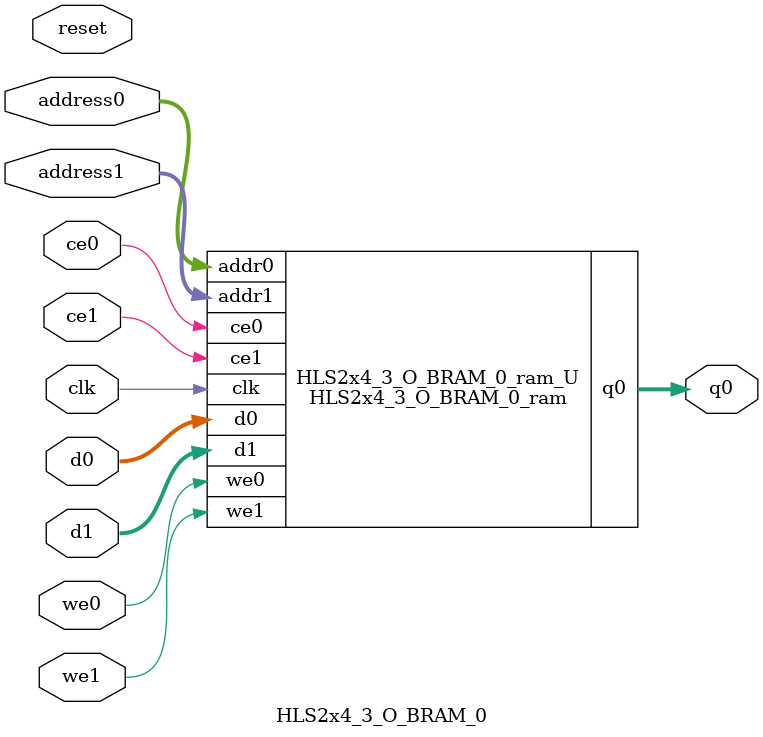
<source format=v>

`timescale 1 ns / 1 ps
module HLS2x4_3_O_BRAM_0_ram (addr0, ce0, d0, we0, q0, addr1, ce1, d1, we1,  clk);

parameter DWIDTH = 16;
parameter AWIDTH = 8;
parameter MEM_SIZE = 169;

input[AWIDTH-1:0] addr0;
input ce0;
input[DWIDTH-1:0] d0;
input we0;
output reg[DWIDTH-1:0] q0;
input[AWIDTH-1:0] addr1;
input ce1;
input[DWIDTH-1:0] d1;
input we1;
input clk;

(* ram_style = "block" *)reg [DWIDTH-1:0] ram[0:MEM_SIZE-1];




always @(posedge clk)  
begin 
    if (ce0) 
    begin
        if (we0) 
        begin 
            ram[addr0] <= d0; 
            q0 <= d0;
        end 
        else 
            q0 <= ram[addr0];
    end
end


always @(posedge clk)  
begin 
    if (ce1) 
    begin
        if (we1) 
        begin 
            ram[addr1] <= d1; 
        end 
    end
end


endmodule


`timescale 1 ns / 1 ps
module HLS2x4_3_O_BRAM_0(
    reset,
    clk,
    address0,
    ce0,
    we0,
    d0,
    q0,
    address1,
    ce1,
    we1,
    d1);

parameter DataWidth = 32'd16;
parameter AddressRange = 32'd169;
parameter AddressWidth = 32'd8;
input reset;
input clk;
input[AddressWidth - 1:0] address0;
input ce0;
input we0;
input[DataWidth - 1:0] d0;
output[DataWidth - 1:0] q0;
input[AddressWidth - 1:0] address1;
input ce1;
input we1;
input[DataWidth - 1:0] d1;



HLS2x4_3_O_BRAM_0_ram HLS2x4_3_O_BRAM_0_ram_U(
    .clk( clk ),
    .addr0( address0 ),
    .ce0( ce0 ),
    .d0( d0 ),
    .we0( we0 ),
    .q0( q0 ),
    .addr1( address1 ),
    .ce1( ce1 ),
    .d1( d1 ),
    .we1( we1 ));

endmodule


</source>
